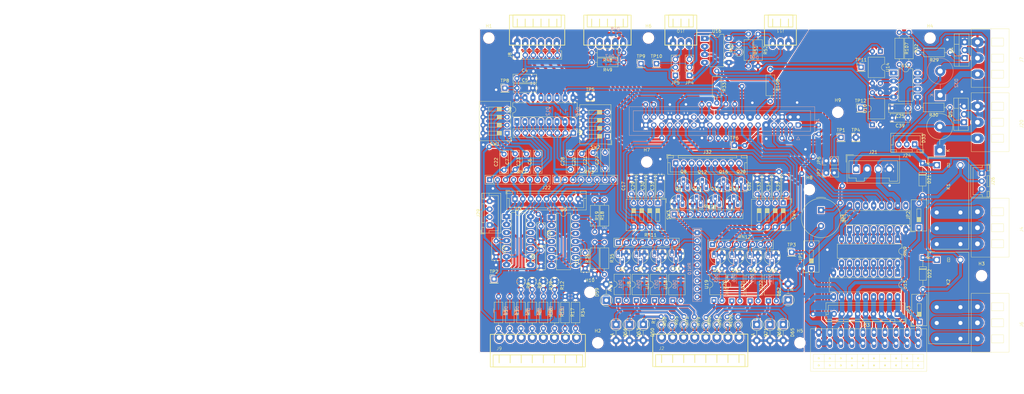
<source format=kicad_pcb>
(kicad_pcb
	(version 20240108)
	(generator "pcbnew")
	(generator_version "8.0")
	(general
		(thickness 1.6)
		(legacy_teardrops no)
	)
	(paper "A4")
	(layers
		(0 "F.Cu" signal)
		(1 "In1.Cu" signal)
		(2 "In2.Cu" signal)
		(31 "B.Cu" signal)
		(32 "B.Adhes" user "B.Adhesive")
		(33 "F.Adhes" user "F.Adhesive")
		(34 "B.Paste" user)
		(35 "F.Paste" user)
		(36 "B.SilkS" user "B.Silkscreen")
		(37 "F.SilkS" user "F.Silkscreen")
		(38 "B.Mask" user)
		(39 "F.Mask" user)
		(40 "Dwgs.User" user "User.Drawings")
		(41 "Cmts.User" user "User.Comments")
		(42 "Eco1.User" user "User.Eco1")
		(43 "Eco2.User" user "User.Eco2")
		(44 "Edge.Cuts" user)
		(45 "Margin" user)
		(46 "B.CrtYd" user "B.Courtyard")
		(47 "F.CrtYd" user "F.Courtyard")
		(48 "B.Fab" user)
		(49 "F.Fab" user)
		(50 "User.1" user)
		(51 "User.2" user)
		(52 "User.3" user)
		(53 "User.4" user)
		(54 "User.5" user)
		(55 "User.6" user)
		(56 "User.7" user)
		(57 "User.8" user)
		(58 "User.9" user)
	)
	(setup
		(stackup
			(layer "F.SilkS"
				(type "Top Silk Screen")
			)
			(layer "F.Paste"
				(type "Top Solder Paste")
			)
			(layer "F.Mask"
				(type "Top Solder Mask")
				(thickness 0.01)
			)
			(layer "F.Cu"
				(type "copper")
				(thickness 0.035)
			)
			(layer "dielectric 1"
				(type "prepreg")
				(thickness 0.1)
				(material "FR4")
				(epsilon_r 4.5)
				(loss_tangent 0.02)
			)
			(layer "In1.Cu"
				(type "copper")
				(thickness 0.035)
			)
			(layer "dielectric 2"
				(type "core")
				(thickness 1.24)
				(material "FR4")
				(epsilon_r 4.5)
				(loss_tangent 0.02)
			)
			(layer "In2.Cu"
				(type "copper")
				(thickness 0.035)
			)
			(layer "dielectric 3"
				(type "prepreg")
				(thickness 0.1)
				(material "FR4")
				(epsilon_r 4.5)
				(loss_tangent 0.02)
			)
			(layer "B.Cu"
				(type "copper")
				(thickness 0.035)
			)
			(layer "B.Mask"
				(type "Bottom Solder Mask")
				(thickness 0.01)
			)
			(layer "B.Paste"
				(type "Bottom Solder Paste")
			)
			(layer "B.SilkS"
				(type "Bottom Silk Screen")
				(color "Red")
			)
			(copper_finish "None")
			(dielectric_constraints no)
		)
		(pad_to_mask_clearance 0)
		(allow_soldermask_bridges_in_footprints no)
		(pcbplotparams
			(layerselection 0x00010fc_ffffffff)
			(plot_on_all_layers_selection 0x0000000_00000000)
			(disableapertmacros no)
			(usegerberextensions no)
			(usegerberattributes yes)
			(usegerberadvancedattributes yes)
			(creategerberjobfile yes)
			(dashed_line_dash_ratio 12.000000)
			(dashed_line_gap_ratio 3.000000)
			(svgprecision 4)
			(plotframeref no)
			(viasonmask no)
			(mode 1)
			(useauxorigin no)
			(hpglpennumber 1)
			(hpglpenspeed 20)
			(hpglpendiameter 15.000000)
			(pdf_front_fp_property_popups yes)
			(pdf_back_fp_property_popups yes)
			(dxfpolygonmode yes)
			(dxfimperialunits yes)
			(dxfusepcbnewfont yes)
			(psnegative no)
			(psa4output no)
			(plotreference yes)
			(plotvalue yes)
			(plotfptext yes)
			(plotinvisibletext no)
			(sketchpadsonfab no)
			(subtractmaskfromsilk no)
			(outputformat 1)
			(mirror no)
			(drillshape 1)
			(scaleselection 1)
			(outputdirectory "")
		)
	)
	(net 0 "")
	(net 1 "+5V")
	(net 2 "/Buzzer")
	(net 3 "GND")
	(net 4 "+3V3")
	(net 5 "/ADC_CH3")
	(net 6 "/ADC_CH1")
	(net 7 "+12V")
	(net 8 "/Dig-IN_1")
	(net 9 "-5V")
	(net 10 "/ADC_CH5")
	(net 11 "/ADC_CH6")
	(net 12 "/ADC_CH0")
	(net 13 "/ADC_CH2")
	(net 14 "/ADC_CH7")
	(net 15 "/ADC_CH4")
	(net 16 "/Dig-IN_2")
	(net 17 "/Dig-IN_3")
	(net 18 "/Dig-IN_4")
	(net 19 "/Dig-IN_5")
	(net 20 "/Dig-IN_6")
	(net 21 "/Dig-IN_7")
	(net 22 "/Dig-IN_8")
	(net 23 "OUT_Digital_1_open-drain")
	(net 24 "Net-(U3C-+)")
	(net 25 "Net-(U3D-+)")
	(net 26 "IN_Analog_6 (0-20mA)")
	(net 27 "IN_Analog_7 (0-20mA)")
	(net 28 "Net-(U9B-+)")
	(net 29 "/OUT_PWM_1_diode")
	(net 30 "/OUT_PWM_2_diode")
	(net 31 "Net-(U9A-+)")
	(net 32 "OUT_Digital_2_open-drain")
	(net 33 "OUT_Digital_3_open-drain")
	(net 34 "OUT_Digital_4_open-drain")
	(net 35 "OUT_Digital_5_open-drain")
	(net 36 "Net-(U3A-+)")
	(net 37 "I2C_SDA")
	(net 38 "RS485_B")
	(net 39 "RS485_A")
	(net 40 "Net-(D50-A1)")
	(net 41 "Net-(D51-A)")
	(net 42 "Net-(D53-A1)")
	(net 43 "Net-(D54-A)")
	(net 44 "Net-(D56-A1)")
	(net 45 "Net-(D57-A)")
	(net 46 "Net-(D59-A1)")
	(net 47 "Net-(D60-A)")
	(net 48 "Net-(D62-A1)")
	(net 49 "Net-(D63-A)")
	(net 50 "Net-(D65-A1)")
	(net 51 "Net-(D66-A)")
	(net 52 "Net-(D68-A1)")
	(net 53 "Net-(D69-A)")
	(net 54 "Net-(D71-A1)")
	(net 55 "Net-(D72-A)")
	(net 56 "unconnected-(J1-ID_SD{slash}GPIO0-Pad27)")
	(net 57 "/SPI_CE0_ADC")
	(net 58 "Net-(J1-3V3-Pad1)")
	(net 59 "/SPI0_miso_ADC")
	(net 60 "/UART_DIR-T")
	(net 61 "/SPI0_mosi_ADC")
	(net 62 "/SPI0_sclk_ADC")
	(net 63 "/UART_TX")
	(net 64 "/SPI1_miso_FREE")
	(net 65 "/SR-OUT_latch")
	(net 66 "/SPI1_mosi_FREE")
	(net 67 "/SR-OUT_clock")
	(net 68 "/SR-OUT_data")
	(net 69 "unconnected-(J1-ID_SC{slash}GPIO1-Pad28)")
	(net 70 "/SPI1_CE_FREE")
	(net 71 "/UART_RX")
	(net 72 "/OUT_PWM_2")
	(net 73 "/SPI1_sclk_FREE")
	(net 74 "/OUT_PWM_1")
	(net 75 "IN_Digital_8")
	(net 76 "IN_Digital_5")
	(net 77 "IN_Digital_2")
	(net 78 "IN_Digital_3")
	(net 79 "IN_Digital_4")
	(net 80 "IN_Digital_6")
	(net 81 "IN_Digital_7")
	(net 82 "IN_Digital_1")
	(net 83 "OUT_Digital_8")
	(net 84 "OUT_Digital_7_open-drain")
	(net 85 "OUT_Digital_2")
	(net 86 "OUT_Digital_4")
	(net 87 "OUT_Digital_5")
	(net 88 "OUT_Digital_6")
	(net 89 "OUT_Digital_3")
	(net 90 "OUT_Digital_7")
	(net 91 "OUT_Digital_8_open-drain")
	(net 92 "OUT_Digital_1")
	(net 93 "OUT_Digital_6_open-drain")
	(net 94 "Net-(J4-Pin_1)")
	(net 95 "Net-(J4-Pin_2)")
	(net 96 "Net-(J4-Pin_3)")
	(net 97 "OUT_Digital_COM_open-drain")
	(net 98 "Net-(J6-Pin_1)")
	(net 99 "Net-(J6-Pin_3)")
	(net 100 "Net-(J6-Pin_2)")
	(net 101 "IN_Analog_1 (0-3.3V)")
	(net 102 "IN_Analog_5 (0-24V)")
	(net 103 "IN_Analog_4 (0-12V)")
	(net 104 "IN_Analog_2 (0-5V)")
	(net 105 "IN_Analog_0 (0-3.3V)")
	(net 106 "IN_Analog_3 (0-5V)")
	(net 107 "Net-(Q1-G)")
	(net 108 "Net-(Q2-G)")
	(net 109 "Net-(Q2-D)")
	(net 110 "Net-(Q5-G)")
	(net 111 "Net-(C17-Pad1)")
	(net 112 "Net-(Q7-G)")
	(net 113 "Net-(Q7-D)")
	(net 114 "Net-(C29-Pad1)")
	(net 115 "Net-(Q9-G)")
	(net 116 "Net-(C30-Pad1)")
	(net 117 "Net-(Q10-G)")
	(net 118 "Net-(Q11-D)")
	(net 119 "Net-(Q11-G)")
	(net 120 "Net-(C31-Pad1)")
	(net 121 "Net-(Q13-G)")
	(net 122 "Net-(Q13-D)")
	(net 123 "Net-(C32-Pad1)")
	(net 124 "Net-(Q15-D)")
	(net 125 "Net-(Q15-G)")
	(net 126 "Net-(C33-Pad1)")
	(net 127 "Net-(Q17-G)")
	(net 128 "Net-(Q17-D)")
	(net 129 "Net-(C34-Pad1)")
	(net 130 "Net-(Q19-D)")
	(net 131 "Net-(Q19-G)")
	(net 132 "Net-(C35-Pad1)")
	(net 133 "Net-(U9C--)")
	(net 134 "Net-(U12-~{OUTA})")
	(net 135 "Net-(U12-~{OUTB})")
	(net 136 "Net-(U12-INB)")
	(net 137 "Net-(R33-Pad1)")
	(net 138 "Net-(U9D--)")
	(net 139 "Net-(U12-INA)")
	(net 140 "Net-(R108-Pad1)")
	(net 141 "unconnected-(U2-QH'-Pad9)")
	(net 142 "unconnected-(U12-NC-Pad8)")
	(net 143 "unconnected-(U12-NC-Pad1)")
	(net 144 "Net-(U3B-+)")
	(net 145 "/LED_analog-CH6")
	(net 146 "/LED_analog-CH2")
	(net 147 "/LED_analog-CH7")
	(net 148 "/LED_analog-CH5")
	(net 149 "/LED_analog-CH0")
	(net 150 "/LED_analog-CH1")
	(net 151 "/LED_analog-CH3")
	(net 152 "/LED_analog-CH4")
	(net 153 "/LED_digital-out_2")
	(net 154 "/LED_digital-out_8")
	(net 155 "/LED_digital-out_6")
	(net 156 "/LED_digital-out_5")
	(net 157 "/LED_digital-out_4")
	(net 158 "/LED_digital-out_7")
	(net 159 "/LED_digital-out_1")
	(net 160 "/LED_digital-out_3")
	(net 161 "/LED_relay-1")
	(net 162 "/LED_PWM-1")
	(net 163 "/LED_PWM-2")
	(net 164 "/LED_relay-2")
	(net 165 "Net-(RN9-R2.2)")
	(net 166 "Net-(RN9-R8.2)")
	(net 167 "Net-(RN9-R7.2)")
	(net 168 "Net-(RN9-R5.2)")
	(net 169 "Net-(RN9-R1.2)")
	(net 170 "Net-(RN9-R6.2)")
	(net 171 "Net-(RN9-R3.2)")
	(net 172 "Net-(RN9-R4.2)")
	(net 173 "/DIP_EN-Filter-ADC3")
	(net 174 "/DIP_EN-Filter-ADC1")
	(net 175 "/DIP_EN-Filter-ADC5")
	(net 176 "/DIP_EN-Filter-ADC6")
	(net 177 "/DIP_EN-Filter-ADC0")
	(net 178 "/DIP_EN-Filter-ADC2")
	(net 179 "/DIP_EN-Filter-ADC7")
	(net 180 "/DIP_EN-Filter-ADC4")
	(net 181 "unconnected-(J19-Pin_4-Pad4)")
	(net 182 "unconnected-(J19-Pin_5-Pad5)")
	(net 183 "I2C_SCL")
	(net 184 "Net-(J10-Pin_2)")
	(net 185 "Net-(J10-Pin_1)")
	(net 186 "Net-(JP4-A)")
	(net 187 "Net-(JP5-A)")
	(net 188 "Net-(JP6-A)")
	(net 189 "+5VP")
	(net 190 "+3V3P")
	(footprint "Connector_JST:JST_XH_B9B-XH-A_1x09_P2.50mm_Vertical" (layer "F.Cu") (at 98.7044 69.9008))
	(footprint "Resistor_THT:R_Axial_DIN0207_L6.3mm_D2.5mm_P2.54mm_Vertical" (layer "F.Cu") (at 118.646 34.699 90))
	(footprint "Button_Switch_THT:SW_DIP_SPSTx04_Slide_9.78x12.34mm_W7.62mm_P2.54mm" (layer "F.Cu") (at 45.2845 60.36 180))
	(footprint "Package_TO_SOT_THT:TO-92_HandSolder" (layer "F.Cu") (at 98.2726 82.4186))
	(footprint "Package_DIP:DIP-4_W10.16mm" (layer "F.Cu") (at 160.932 57.706 90))
	(footprint "Button_Switch_THT:SW_DIP_SPSTx01_Slide_9.78x4.72mm_W7.62mm_P2.54mm" (layer "F.Cu") (at 141.633 103.2365 90))
	(footprint "Relay_THT:Relay_SPDT_Omron_G2RL-1-E" (layer "F.Cu") (at 181.317 70.493))
	(footprint "Resistor_THT:R_Axial_DIN0207_L6.3mm_D2.5mm_P10.16mm_Horizontal" (layer "F.Cu") (at 66.957 112.0587 -90))
	(footprint "Package_DIP:DIP-8_W7.62mm_LongPads" (layer "F.Cu") (at 107.851 30.381))
	(footprint "Diode_THT:D_DO-15_P5.08mm_Vertical_AnodeUp" (layer "F.Cu") (at 76.708 113.284 90))
	(footprint "custom-footprints1:WAGO 713-1430 MINI HD Stiftleiste gewinkelt 2x10-polig, RM 3,5" (layer "F.Cu") (at 159.695 127.901))
	(footprint "Resistor_THT:R_Array_SIP8" (layer "F.Cu") (at 80.536 95.01305))
	(footprint "Resistor_THT:R_Axial_DIN0207_L6.3mm_D2.5mm_P10.16mm_Horizontal" (layer "F.Cu") (at 60.353 112.0587 -90))
	(footprint "Capacitor_THT:C_Disc_D7.0mm_W2.5mm_P5.00mm" (layer "F.Cu") (at 41.811 94.516 -90))
	(footprint "Package_DIP:DIP-4_W10.16mm" (layer "F.Cu") (at 86.2052 113.37185 90))
	(footprint "Capacitor_THT:C_Disc_D7.0mm_W2.5mm_P5.00mm" (layer "F.Cu") (at 47.867 71.899685 90))
	(footprint "Capacitor_THT:C_Disc_D7.0mm_W2.5mm_P5.00mm" (layer "F.Cu") (at 124.46 79.66335 90))
	(footprint "Capacitor_THT:C_Disc_D7.0mm_W2.5mm_P5.00mm" (layer "F.Cu") (at 93.7722 79.58085 90))
	(footprint "MountingHole:MountingHole_3.2mm_M3_DIN965" (layer "F.Cu") (at 141 78.25))
	(footprint "Capacitor_THT:C_Disc_D7.0mm_W2.5mm_P5.00mm" (layer "F.Cu") (at 87.6762 79.58085 90))
	(footprint "Resistor_THT:R_Axial_DIN0207_L6.3mm_D2.5mm_P2.54mm_Vertical" (layer "F.Cu") (at 108.2574 121.2404 90))
	(footprint "Package_DIP:DIP-4_W10.16mm" (layer "F.Cu") (at 116.4412 113.47785 90))
	(footprint "Capacitor_THT:C_Disc_D7.0mm_W2.5mm_P5.00mm" (layer "F.Cu") (at 68.949 71.842 90))
	(footprint "Package_TO_SOT_THT:TO-92_HandSolder" (layer "F.Cu") (at 100.0278 98.84405 180))
	(footprint "Connector_JST:JST_XH_B4B-XH-A_1x04_P2.50mm_Vertical" (layer "F.Cu") (at 39.762 89.436 90))
	(footprint "Resistor_THT:R_Axial_DIN0207_L6.3mm_D2.5mm_P2.54mm_Vertical" (layer "F.Cu") (at 114.963 121.059 90))
	(footprint "Resistor_THT:R_Axial_DIN0207_L6.3mm_D2.5mm_P10.16mm_Horizontal" (layer "F.Cu") (at 185.448 52.225 180))
	(footprint "Resistor_THT:R_Axial_DIN0207_L6.3mm_D2.5mm_P10.16mm_Horizontal"
		(layer "F.Cu")
		(uuid "22560aed-cde0-4746-90bf-93e3d8c73d7b")
		(at 172.494 28.476 -90)
		(descr "Resistor, Axial_DIN0207 series, Axial, Horizontal, pin pitch=10.16mm, 0.25W = 1/4W, length*diameter=6.3*2.5mm^2, http://cdn-reichelt.de/documents/datenblatt/B400/1_4W%23YAG.pdf")
		(tags "Resistor Axial_DIN0207 series Axial Horizontal pin pitch 10.16mm 0.25W = 1/4W length 6.3mm diameter 2.5mm")
		(property "Reference" "R32"
			(at 5.08 -2.37 90)
			(layer "F.SilkS")
			(uuid "c8a126aa-1837-4958-aa18-16eeff9fa94f")
			(effects
				(font
					(size 1 1)
					(thickness 0.15)
				)
			)
		)
		(property "Value" "4k7"
			(at 5.08 2.37 90)
			(layer "F.Fab")
			(uuid "d2e22c86-60ad-4a16-9d29-f37b3c401037")
			(effects
				(font
					(size 1 1)
					(thickness 0.15)
				)
			)
		)
		(property "Footprint" "Resistor_THT:R_Axial_DIN0207_L6.3mm_D2.5mm_P10.16mm_Horizontal"
			(at 0 0 -90)
			(unlocked yes)
			(layer "F.Fab")
			(hide yes)
			(uuid "cdf80cda-e46a-4ec0-9b16-77af7b53fa96")
			(effects
				(font
					(size 1.27 1.27)
					(thickness 0.15)
				)
			)
		)
		(property "Datasheet" "sortiment"
			(at 0 0 -90)
			(unlocked yes)
			(layer "F.Fab")
			(hide yes)
			(uuid "d02996be-d114-41d9-8770-d53e193d7c52")
			(effects
				(font
					(size 1.27 1.27)
					(thickness 0.15)
				)
			)
		)
		(property "Description" "Resistor"
			(at 0 0 -90)
			(unlocked yes)
			(layer "F.Fab")
			(hide yes)
			(uuid "b377cd37-76da-4d4a-964e-cfb9135384f2")
			(effects
				(font
					(size 1.27 1.27)
					(thickness 0.15)
				)
			)
		)
		(property ki_fp_filters "R_*")
		(path "/c6fe806f-6933-468f-8f26-bbd8f04165ed")
		(sheetname "Root")
		(sheetfile "pi-interface-board_v1.0.kicad_sch")
		(attr through_hole)
		(fp_line
			(start 1.81 1.37)
			(end 8.35 1.37)
			(stroke
				(width 0.12)
				(type solid)
			)
			(layer "F.SilkS")
			(uuid "6a300baf-4f6e-417c-8629-ee8cf9ee10fa")
		)
		(fp_line
			(start 8.35 1.37)
			(end 8.35 -1.37)
			(stroke
				(width 0.12)
				(type solid)
			)
			(layer "F.SilkS")
			(uuid "ef7b3e78-92fd-4b86-b582-45e0853f93de")
		)
		(fp_line
			(start 1.04 0)
			(end 1.81 0)
			(stroke
				(width 0.12)
				(type solid)
			)
			(layer "F.SilkS")
			(uuid "68fb3b11-a2f1-4885-b27e-2965aa8beee4")
		)
		(fp_line
			(start 9.12 0)
			(end 8.35 0)
			(stroke
				(width 0.12)
				(type solid)
			)
			(layer "F.SilkS")
			(uuid "98994bcf-2dbd-4401-b82d-05ea39dd85b2")
		)
		(fp_line
			(start 1.81 -1.37)
			(end 1.81 1.37)
			(stroke
				(width 0.12)
				(type solid)
			)
			(layer "F.SilkS")
			(uuid "1449c986-39df-4a56-8a78-4aa454b594af")
		)
		(fp_line
			(start 8.35 -1.37)
			(end 1.81 -1.37)
			(stroke
				(width 0.12)
				(type solid)
			)
			(layer "F.SilkS")
			(uuid "50caf419-ccbd-422b-9da4-57f9c03afe82")
		)
		(fp_line
			(start -1.05 1.5)
			(end 11.21 1.5)
			(stroke
				(width 0.05)
				(type solid)
			)
			(layer "F.CrtYd")
			(uuid "31aa8773-d4e7-4fa6-9273-5836d8569f01")
		)
		(fp_line
			(start 11.21 1.5)
			(end 11.21 -1.5)
			(stroke
				(width 0.05)
				(type solid)
			)
			(layer "F.CrtYd")
			(uuid "4c6709c9-8b2b-400d-ae3d-804612b4290b")
		)
		(fp_line
			(start -1.05 -1.5)
			(end -1.05 1.5)
			(stroke
				(width 0.05)
				(type solid)
			)
			(layer "F.CrtYd")
			(uuid "77600ff9-498d-4563-aafc-accfecfb09af")
		)
		(fp_line
			(start 11.21 -1.5)
			(end -1.05 -1.5)
			(stroke
				(width 0.05)
				(type solid)
			)
			(layer "F.CrtYd")
			(uuid "e245429f-e03b-476a-9ffc-4422d6d1013f")
		)
		(fp_line
			(start 1.93 1.25)
			(end 8.23 1.25)
			(stroke
				(width 0.1)
				(type solid)
			)
			(layer "F.Fab")
			(uuid "6464fc38-025f-4527-93c7-be197c125d8d")
		)
		(fp_line
			(start 8.23 1.25)
			(end 8.23 -1.25)
			(stroke
				(width 0.1)
				(type solid)
			)
			(layer "F.Fab")
			(uuid "00ecf957-4fd3-43a4-a1ee-d538a6afd915")
		)
		(fp_line
			(start 0 0)
			(end 1.93 0)
			(stroke
				(width 0.1)
				(type solid)
			)
			(layer "F.Fab")
			(uuid "497ba9f4-dd0f-4b8f-b56e-72469ea0aa1f")
		)
		(fp_line
			(start 10.16 0)
			(end 8.23 0)
			(stroke
				(width 0.1)
				(type solid)
			)
			(layer "F.Fab")
			(uuid "7f396c39-904b-4af0-8298-4f565aec7c8d")
		)
		(fp_line
			(start 1.93 -1.25)
			(end 1.93 1.25)
			(stroke
				(width 0.1)
				(type solid)
			)
			(layer "F.Fab")
			(uuid "07be97f1-affa-4318-ad01-92e17d58e048")
		)
		(fp_line
			(start 8.23 -1.25)
			(end 1.93 -1.25)
			(stroke
				(width 0.1)
				(type solid)
			)
			(layer "F.Fab")
			(uuid "2e4234c6-e65a-438f-bc2f-f3bd8d7d76ea")
		)
		(fp_text user "${REFERENCE}"
			(at 5.08 0 90)
			(layer "F.Fab")
			(uuid "c7da8e40-838b-474f-ac85-4bfe8593c2
... [3062391 chars truncated]
</source>
